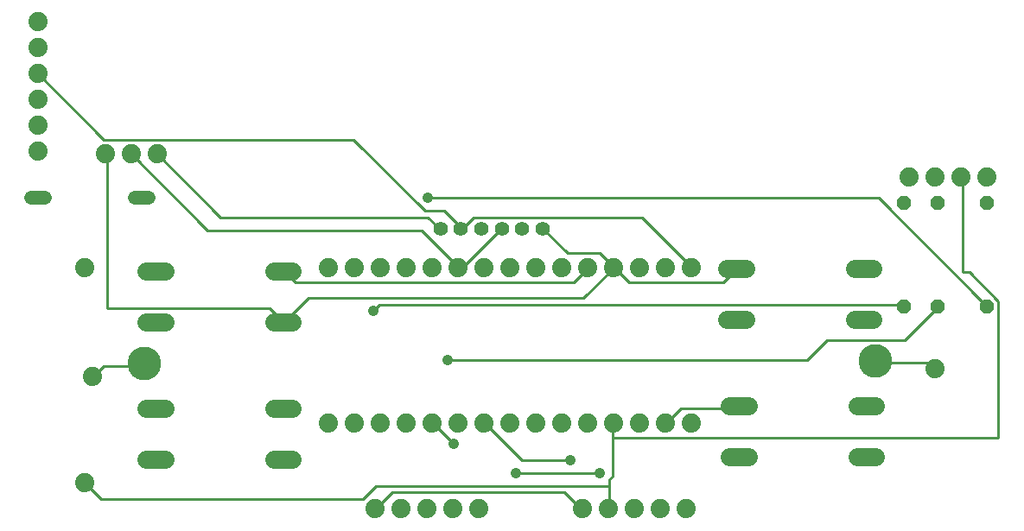
<source format=gbr>
G04 EAGLE Gerber RS-274X export*
G75*
%MOMM*%
%FSLAX34Y34*%
%LPD*%
%INBottom Copper*%
%IPPOS*%
%AMOC8*
5,1,8,0,0,1.08239X$1,22.5*%
G01*
%ADD10C,1.879600*%
%ADD11C,1.790700*%
%ADD12C,3.302000*%
%ADD13C,1.422400*%
%ADD14C,1.320800*%
%ADD15P,1.429621X8X292.500000*%
%ADD16C,0.254000*%
%ADD17C,1.066800*%


D10*
X314960Y185420D03*
X340360Y185420D03*
X365760Y185420D03*
X391160Y185420D03*
X416560Y185420D03*
X441960Y185420D03*
X467360Y185420D03*
X492760Y185420D03*
X518160Y185420D03*
X543560Y185420D03*
X568960Y185420D03*
X594360Y185420D03*
X619760Y185420D03*
X645160Y185420D03*
X670560Y185420D03*
X670560Y337820D03*
X645160Y337820D03*
X619760Y337820D03*
X594360Y337820D03*
X568960Y337820D03*
X543560Y337820D03*
X518160Y337820D03*
X492760Y337820D03*
X467360Y337820D03*
X441960Y337820D03*
X416560Y337820D03*
X391160Y337820D03*
X365760Y337820D03*
X340360Y337820D03*
X314960Y337820D03*
X360680Y101600D03*
X386080Y101600D03*
X411480Y101600D03*
X436880Y101600D03*
X462280Y101600D03*
X563880Y101600D03*
X589280Y101600D03*
X614680Y101600D03*
X640080Y101600D03*
X665480Y101600D03*
D11*
X279718Y334772D02*
X261811Y334772D01*
X154750Y334772D02*
X136843Y334772D01*
X261811Y284988D02*
X279718Y284988D01*
X154750Y284988D02*
X136843Y284988D01*
X705803Y287528D02*
X723710Y287528D01*
X830771Y287528D02*
X848678Y287528D01*
X723710Y337312D02*
X705803Y337312D01*
X830771Y337312D02*
X848678Y337312D01*
D10*
X909320Y238760D03*
X76200Y127000D03*
D11*
X261811Y200152D02*
X279718Y200152D01*
X154750Y200152D02*
X136843Y200152D01*
X261811Y150368D02*
X279718Y150368D01*
X154750Y150368D02*
X136843Y150368D01*
X708343Y152908D02*
X726250Y152908D01*
X833311Y152908D02*
X851218Y152908D01*
X726250Y202692D02*
X708343Y202692D01*
X833311Y202692D02*
X851218Y202692D01*
D10*
X83820Y231140D03*
X76200Y337820D03*
D12*
X134620Y243840D03*
X850900Y246380D03*
D10*
X960120Y426720D03*
X934720Y426720D03*
X909320Y426720D03*
X883920Y426720D03*
D13*
X424980Y375920D03*
X444980Y375920D03*
X464980Y375920D03*
X484980Y375920D03*
X504980Y375920D03*
X524980Y375920D03*
D14*
X37084Y406400D02*
X23876Y406400D01*
X125476Y406400D02*
X138684Y406400D01*
D15*
X878840Y401320D03*
X878840Y299720D03*
X911860Y401320D03*
X911860Y299720D03*
X960120Y401320D03*
X960120Y299720D03*
D10*
X30480Y579120D03*
X30480Y553720D03*
X30480Y528320D03*
X30480Y502920D03*
X30480Y477520D03*
X30480Y452120D03*
X96520Y449580D03*
X121920Y449580D03*
X147320Y449580D03*
D16*
X904875Y244475D02*
X908050Y241300D01*
X904875Y244475D02*
X850900Y244475D01*
X908050Y241300D02*
X909320Y238760D01*
X850900Y244475D02*
X850900Y246380D01*
X714375Y200025D02*
X660400Y200025D01*
X647700Y187325D01*
X714375Y200025D02*
X717296Y202692D01*
X647700Y187325D02*
X645160Y185420D01*
X549275Y352425D02*
X527050Y374650D01*
X549275Y352425D02*
X581025Y352425D01*
X593725Y339725D01*
X527050Y374650D02*
X524980Y375920D01*
X593725Y339725D02*
X594360Y337820D01*
X701675Y323850D02*
X714375Y336550D01*
X701675Y323850D02*
X609600Y323850D01*
X596900Y336550D01*
X714375Y336550D02*
X714756Y337312D01*
X596900Y336550D02*
X594360Y337820D01*
X546100Y117475D02*
X561975Y101600D01*
X546100Y117475D02*
X377825Y117475D01*
X361950Y101600D01*
X561975Y101600D02*
X563880Y101600D01*
X361950Y101600D02*
X360680Y101600D01*
X98425Y298450D02*
X98425Y447675D01*
X98425Y298450D02*
X257175Y298450D01*
X269875Y285750D01*
X98425Y447675D02*
X96520Y449580D01*
X269875Y285750D02*
X270764Y284988D01*
X565150Y307975D02*
X593725Y336550D01*
X565150Y307975D02*
X295275Y307975D01*
X273050Y285750D01*
X593725Y336550D02*
X594360Y337820D01*
X273050Y285750D02*
X270764Y284988D01*
X412750Y387350D02*
X422275Y377825D01*
X412750Y387350D02*
X209550Y387350D01*
X147320Y449580D01*
X422275Y377825D02*
X424980Y375920D01*
X590550Y130175D02*
X590550Y123825D01*
X590550Y101600D01*
X590550Y130175D02*
X593725Y133350D01*
X593725Y171450D02*
X593725Y184150D01*
X593725Y171450D02*
X593725Y133350D01*
X590550Y101600D02*
X589280Y101600D01*
X593725Y184150D02*
X594360Y185420D01*
X936625Y333375D02*
X936625Y425450D01*
X936625Y333375D02*
X942975Y333375D01*
X971550Y304800D01*
X971550Y171450D01*
X593725Y171450D01*
X934720Y426720D02*
X936625Y425450D01*
X92075Y111125D02*
X76200Y127000D01*
X92075Y111125D02*
X349250Y111125D01*
X361950Y123825D01*
X590550Y123825D01*
X854075Y406400D02*
X958850Y301625D01*
X854075Y406400D02*
X412750Y406400D01*
X958850Y301625D02*
X960120Y299720D01*
D17*
X412750Y406400D03*
D16*
X879475Y266700D02*
X911225Y298450D01*
X879475Y266700D02*
X803275Y266700D01*
X784225Y247650D01*
X431800Y247650D01*
X911225Y298450D02*
X911860Y299720D01*
D17*
X431800Y247650D03*
D16*
X365125Y301625D02*
X876300Y301625D01*
X365125Y301625D02*
X358775Y295275D01*
X876300Y301625D02*
X878840Y299720D01*
D17*
X358775Y295275D03*
D16*
X419100Y184150D02*
X438150Y165100D01*
X419100Y184150D02*
X416560Y185420D01*
D17*
X438150Y165100D03*
D16*
X469900Y184150D02*
X504825Y149225D01*
X552450Y149225D01*
X469900Y184150D02*
X467360Y185420D01*
D17*
X552450Y149225D03*
D16*
X581025Y136525D02*
X498475Y136525D01*
D17*
X498475Y136525D03*
X581025Y136525D03*
D16*
X282575Y323850D02*
X273050Y333375D01*
X282575Y323850D02*
X555625Y323850D01*
X568325Y336550D01*
X273050Y333375D02*
X270764Y334772D01*
X568325Y336550D02*
X568960Y337820D01*
X457200Y387350D02*
X447675Y377825D01*
X457200Y387350D02*
X622300Y387350D01*
X669925Y339725D01*
X447675Y377825D02*
X444980Y375920D01*
X669925Y339725D02*
X670560Y337820D01*
X95250Y463550D02*
X30480Y528320D01*
X95250Y463550D02*
X339725Y463550D01*
X409575Y393700D01*
X428625Y393700D01*
X444500Y377825D01*
X444980Y375920D01*
X95250Y241300D02*
X85725Y231775D01*
X95250Y241300D02*
X133350Y241300D01*
X85725Y231775D02*
X83820Y231140D01*
X133350Y241300D02*
X134620Y243840D01*
X447675Y339725D02*
X482600Y374650D01*
X447675Y339725D02*
X444500Y339725D01*
X482600Y374650D02*
X484980Y375920D01*
X444500Y339725D02*
X441960Y337820D01*
X196850Y374650D02*
X121920Y449580D01*
X196850Y374650D02*
X406400Y374650D01*
X441325Y339725D01*
X441960Y337820D01*
M02*

</source>
